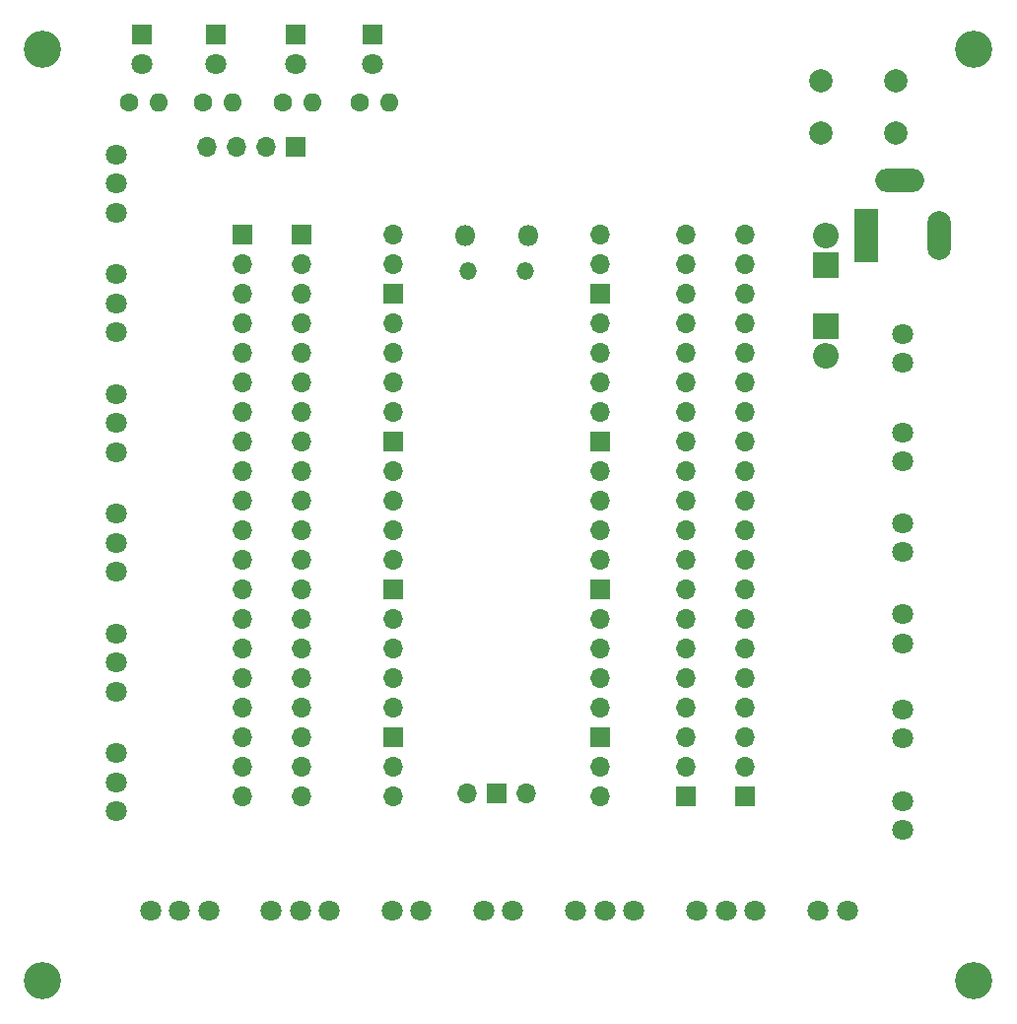
<source format=gbr>
%TF.GenerationSoftware,KiCad,Pcbnew,8.0.3*%
%TF.CreationDate,2024-07-10T23:10:10+09:00*%
%TF.ProjectId,power_control,706f7765-725f-4636-9f6e-74726f6c2e6b,rev?*%
%TF.SameCoordinates,PX5b8d800PY3473bc0*%
%TF.FileFunction,Soldermask,Top*%
%TF.FilePolarity,Negative*%
%FSLAX46Y46*%
G04 Gerber Fmt 4.6, Leading zero omitted, Abs format (unit mm)*
G04 Created by KiCad (PCBNEW 8.0.3) date 2024-07-10 23:10:10*
%MOMM*%
%LPD*%
G01*
G04 APERTURE LIST*
%ADD10R,2.200000X2.200000*%
%ADD11O,2.200000X2.200000*%
%ADD12C,1.600000*%
%ADD13O,1.600000X1.600000*%
%ADD14C,1.800000*%
%ADD15R,1.800000X1.800000*%
%ADD16R,1.700000X1.700000*%
%ADD17O,1.700000X1.700000*%
%ADD18C,3.200000*%
%ADD19R,2.000000X4.600000*%
%ADD20O,2.000000X4.200000*%
%ADD21O,4.200000X2.000000*%
%ADD22C,2.000000*%
%ADD23O,1.800000X1.800000*%
%ADD24O,1.500000X1.500000*%
G04 APERTURE END LIST*
D10*
%TO.C,D6*%
X72275000Y-23486000D03*
D11*
X72275000Y-20946000D03*
%TD*%
D12*
%TO.C,R4*%
X12429000Y-9541000D03*
D13*
X14969000Y-9541000D03*
%TD*%
D14*
%TO.C,J18*%
X78916000Y-48158000D03*
X78916000Y-45658000D03*
%TD*%
D12*
%TO.C,R3*%
X18779000Y-9541000D03*
D13*
X21319000Y-9541000D03*
%TD*%
D15*
%TO.C,D1*%
X33286000Y-3674000D03*
D14*
X33286000Y-6214000D03*
%TD*%
%TO.C,J17*%
X78916000Y-55978000D03*
X78916000Y-53478000D03*
%TD*%
%TO.C,J14*%
X24630000Y-78950000D03*
X27130000Y-78950000D03*
X29630000Y-78950000D03*
%TD*%
D15*
%TO.C,D3*%
X19824000Y-3669000D03*
D14*
X19824000Y-6209000D03*
%TD*%
D16*
%TO.C,J5*%
X26682000Y-13326000D03*
D17*
X24142000Y-13326000D03*
X21602000Y-13326000D03*
X19062000Y-13326000D03*
%TD*%
D14*
%TO.C,J20*%
X78862000Y-64176000D03*
X78862000Y-61676000D03*
%TD*%
%TO.C,J11*%
X11278000Y-55149000D03*
X11278000Y-57649000D03*
X11278000Y-60149000D03*
%TD*%
D16*
%TO.C,J6*%
X27190000Y-20860000D03*
D17*
X27190000Y-23400000D03*
X27190000Y-25940000D03*
X27190000Y-28480000D03*
X27190000Y-31020000D03*
X27190000Y-33560000D03*
X27190000Y-36100000D03*
X27190000Y-38640000D03*
X27190000Y-41180000D03*
X27190000Y-43720000D03*
X27190000Y-46260000D03*
X27190000Y-48800000D03*
X27190000Y-51340000D03*
X27190000Y-53880000D03*
X27190000Y-56420000D03*
X27190000Y-58960000D03*
X27190000Y-61500000D03*
X27190000Y-64040000D03*
X27190000Y-66580000D03*
X27190000Y-69120000D03*
%TD*%
D18*
%TO.C,H3*%
X85000000Y-85000000D03*
%TD*%
D16*
%TO.C,J25*%
X65290000Y-69130000D03*
D17*
X65290000Y-66590000D03*
X65290000Y-64050000D03*
X65290000Y-61510000D03*
X65290000Y-58970000D03*
X65290000Y-56430000D03*
X65290000Y-53890000D03*
X65290000Y-51350000D03*
X65290000Y-48810000D03*
X65290000Y-46270000D03*
X65290000Y-43730000D03*
X65290000Y-41190000D03*
X65290000Y-38650000D03*
X65290000Y-36110000D03*
X65290000Y-33570000D03*
X65290000Y-31030000D03*
X65290000Y-28490000D03*
X65290000Y-25950000D03*
X65290000Y-23410000D03*
X65290000Y-20870000D03*
%TD*%
D14*
%TO.C,J21*%
X78862000Y-72050000D03*
X78862000Y-69550000D03*
%TD*%
D19*
%TO.C,J1*%
X75700000Y-21000000D03*
D20*
X82000000Y-21000000D03*
D21*
X78600000Y-16200000D03*
%TD*%
D12*
%TO.C,R2*%
X25593000Y-9504000D03*
D13*
X28133000Y-9504000D03*
%TD*%
D10*
%TO.C,D5*%
X72249600Y-28743800D03*
D11*
X72249600Y-31283800D03*
%TD*%
D14*
%TO.C,J23*%
X61206000Y-78950000D03*
X63706000Y-78950000D03*
X66206000Y-78950000D03*
%TD*%
%TO.C,J12*%
X11278000Y-65436000D03*
X11278000Y-67936000D03*
X11278000Y-70436000D03*
%TD*%
%TO.C,J10*%
X11278000Y-44862000D03*
X11278000Y-47362000D03*
X11278000Y-49862000D03*
%TD*%
%TO.C,J4*%
X42851000Y-78985000D03*
X45351000Y-78985000D03*
%TD*%
D18*
%TO.C,H4*%
X85000000Y-5000000D03*
%TD*%
%TO.C,H2*%
X5000000Y-85000000D03*
%TD*%
D14*
%TO.C,J24*%
X50792000Y-78950000D03*
X53292000Y-78950000D03*
X55792000Y-78950000D03*
%TD*%
%TO.C,J9*%
X11278000Y-34575000D03*
X11278000Y-37075000D03*
X11278000Y-39575000D03*
%TD*%
D16*
%TO.C,J15*%
X22110000Y-20870000D03*
D17*
X22110000Y-23410000D03*
X22110000Y-25950000D03*
X22110000Y-28490000D03*
X22110000Y-31030000D03*
X22110000Y-33570000D03*
X22110000Y-36110000D03*
X22110000Y-38650000D03*
X22110000Y-41190000D03*
X22110000Y-43730000D03*
X22110000Y-46270000D03*
X22110000Y-48810000D03*
X22110000Y-51350000D03*
X22110000Y-53890000D03*
X22110000Y-56430000D03*
X22110000Y-58970000D03*
X22110000Y-61510000D03*
X22110000Y-64050000D03*
X22110000Y-66590000D03*
X22110000Y-69130000D03*
%TD*%
D14*
%TO.C,J13*%
X14250000Y-78950000D03*
X16750000Y-78950000D03*
X19250000Y-78950000D03*
%TD*%
%TO.C,J3*%
X34977000Y-78985000D03*
X37477000Y-78985000D03*
%TD*%
D15*
%TO.C,D4*%
X13474000Y-3669000D03*
D14*
X13474000Y-6209000D03*
%TD*%
D12*
%TO.C,R1*%
X32241000Y-9516000D03*
D13*
X34781000Y-9516000D03*
%TD*%
D14*
%TO.C,J22*%
X71600000Y-78950000D03*
X74100000Y-78950000D03*
%TD*%
%TO.C,J7*%
X11278000Y-14001000D03*
X11278000Y-16501000D03*
X11278000Y-19001000D03*
%TD*%
D16*
%TO.C,J16*%
X60210000Y-69130000D03*
D17*
X60210000Y-66590000D03*
X60210000Y-64050000D03*
X60210000Y-61510000D03*
X60210000Y-58970000D03*
X60210000Y-56430000D03*
X60210000Y-53890000D03*
X60210000Y-51350000D03*
X60210000Y-48810000D03*
X60210000Y-46270000D03*
X60210000Y-43730000D03*
X60210000Y-41190000D03*
X60210000Y-38650000D03*
X60210000Y-36110000D03*
X60210000Y-33570000D03*
X60210000Y-31030000D03*
X60210000Y-28490000D03*
X60210000Y-25950000D03*
X60210000Y-23410000D03*
X60210000Y-20870000D03*
%TD*%
D22*
%TO.C,SW1*%
X78319000Y-12147000D03*
X71819000Y-12147000D03*
X78319000Y-7647000D03*
X71819000Y-7647000D03*
%TD*%
D14*
%TO.C,J8*%
X11278000Y-24288000D03*
X11278000Y-26788000D03*
X11278000Y-29288000D03*
%TD*%
D23*
%TO.C,U1*%
X41275000Y-21000000D03*
D24*
X41575000Y-24030000D03*
X46425000Y-24030000D03*
D23*
X46725000Y-21000000D03*
D17*
X35110000Y-20870000D03*
X35110000Y-23410000D03*
D16*
X35110000Y-25950000D03*
D17*
X35110000Y-28490000D03*
X35110000Y-31030000D03*
X35110000Y-33570000D03*
X35110000Y-36110000D03*
D16*
X35110000Y-38650000D03*
D17*
X35110000Y-41190000D03*
X35110000Y-43730000D03*
X35110000Y-46270000D03*
X35110000Y-48810000D03*
D16*
X35110000Y-51350000D03*
D17*
X35110000Y-53890000D03*
X35110000Y-56430000D03*
X35110000Y-58970000D03*
X35110000Y-61510000D03*
D16*
X35110000Y-64050000D03*
D17*
X35110000Y-66590000D03*
X35110000Y-69130000D03*
X52890000Y-69130000D03*
X52890000Y-66590000D03*
D16*
X52890000Y-64050000D03*
D17*
X52890000Y-61510000D03*
X52890000Y-58970000D03*
X52890000Y-56430000D03*
X52890000Y-53890000D03*
D16*
X52890000Y-51350000D03*
D17*
X52890000Y-48810000D03*
X52890000Y-46270000D03*
X52890000Y-43730000D03*
X52890000Y-41190000D03*
D16*
X52890000Y-38650000D03*
D17*
X52890000Y-36110000D03*
X52890000Y-33570000D03*
X52890000Y-31030000D03*
X52890000Y-28490000D03*
D16*
X52890000Y-25950000D03*
D17*
X52890000Y-23410000D03*
X52890000Y-20870000D03*
X41460000Y-68900000D03*
D16*
X44000000Y-68900000D03*
D17*
X46540000Y-68900000D03*
%TD*%
D15*
%TO.C,D2*%
X26682000Y-3669000D03*
D14*
X26682000Y-6209000D03*
%TD*%
%TO.C,J19*%
X78916000Y-40357000D03*
X78916000Y-37857000D03*
%TD*%
%TO.C,J2*%
X78862000Y-31902000D03*
X78862000Y-29402000D03*
%TD*%
D18*
%TO.C,H1*%
X5000000Y-5000000D03*
%TD*%
M02*

</source>
